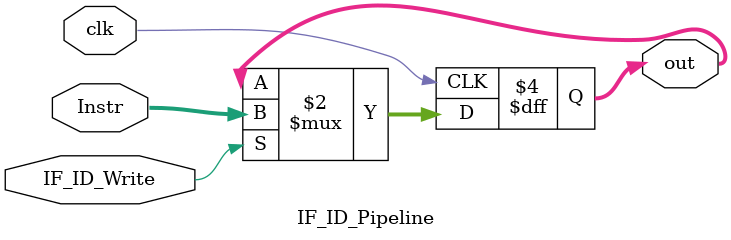
<source format=v>
module IF_ID_Pipeline(
    //output
    output reg[31:0] out,
    //input
    input [31:0] Instr,
    input IF_ID_Write,
    input clk
);
always@(posedge clk)begin
    if(IF_ID_Write)begin
        out <= Instr;
    end
end
endmodule
</source>
